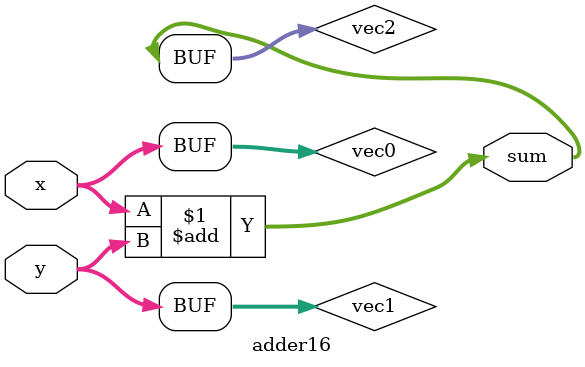
<source format=sv>
module adder16(
  input  logic [15:0] x,
  input  logic [15:0] y,
  output logic [16:0] sum);

  logic [15:0] vec0;
  logic [15:0] vec1;
  logic [16:0] vec2;
  assign sum = vec2;
  assign vec2 = vec0 + vec1;
  assign vec1 = y;
  assign vec0 = x;
endmodule: adder16
</source>
